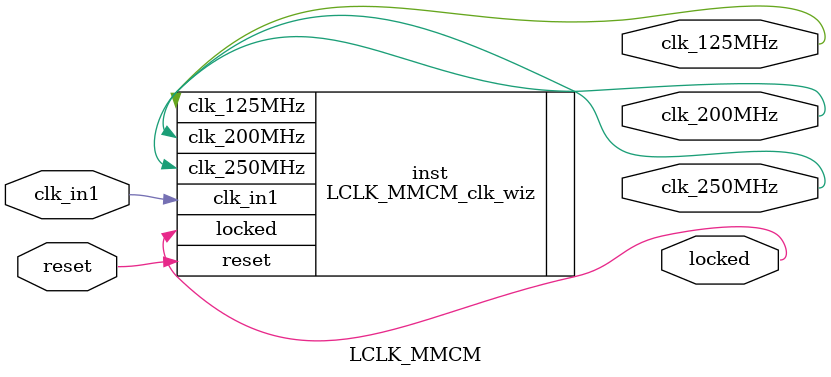
<source format=v>


`timescale 1ps/1ps

(* CORE_GENERATION_INFO = "LCLK_MMCM,clk_wiz_v6_0_3_0_0,{component_name=LCLK_MMCM,use_phase_alignment=true,use_min_o_jitter=false,use_max_i_jitter=false,use_dyn_phase_shift=false,use_inclk_switchover=false,use_dyn_reconfig=false,enable_axi=0,feedback_source=FDBK_AUTO,PRIMITIVE=MMCM,num_out_clk=3,clkin1_period=10.000,clkin2_period=10.000,use_power_down=false,use_reset=true,use_locked=true,use_inclk_stopped=false,feedback_type=SINGLE,CLOCK_MGR_TYPE=NA,manual_override=false}" *)

module LCLK_MMCM 
 (
  // Clock out ports
  output        clk_125MHz,
  output        clk_200MHz,
  output        clk_250MHz,
  // Status and control signals
  input         reset,
  output        locked,
 // Clock in ports
  input         clk_in1
 );

  LCLK_MMCM_clk_wiz inst
  (
  // Clock out ports  
  .clk_125MHz(clk_125MHz),
  .clk_200MHz(clk_200MHz),
  .clk_250MHz(clk_250MHz),
  // Status and control signals               
  .reset(reset), 
  .locked(locked),
 // Clock in ports
  .clk_in1(clk_in1)
  );

endmodule

</source>
